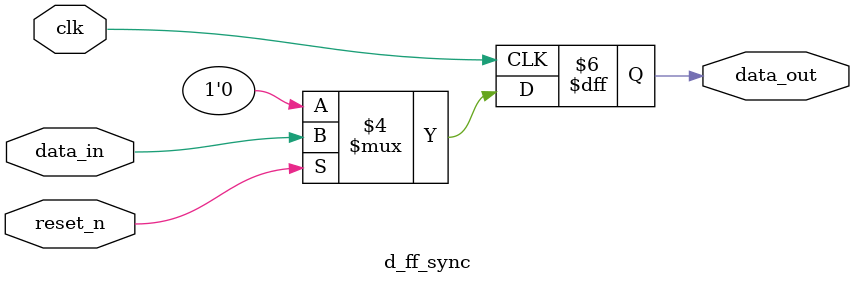
<source format=v>
module d_ff_sync (input clk, data_in, reset_n, output reg data_out);
    always@(posedge clk)begin
        if(!reset_n)
            data_out <= 0;
        else 
            data_out <= data_in;
    end
endmodule
</source>
